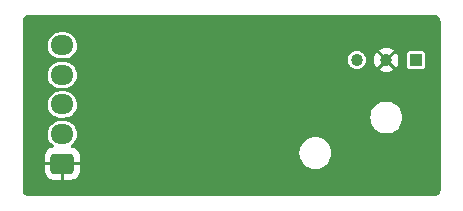
<source format=gtl>
%TF.GenerationSoftware,KiCad,Pcbnew,7.0.6*%
%TF.CreationDate,2023-08-28T10:43:43+02:00*%
%TF.ProjectId,RH_BreakLever_FreeJoy,52485f42-7265-4616-9b4c-657665725f46,rev?*%
%TF.SameCoordinates,Original*%
%TF.FileFunction,Copper,L1,Top*%
%TF.FilePolarity,Positive*%
%FSLAX46Y46*%
G04 Gerber Fmt 4.6, Leading zero omitted, Abs format (unit mm)*
G04 Created by KiCad (PCBNEW 7.0.6) date 2023-08-28 10:43:43*
%MOMM*%
%LPD*%
G01*
G04 APERTURE LIST*
G04 Aperture macros list*
%AMRoundRect*
0 Rectangle with rounded corners*
0 $1 Rounding radius*
0 $2 $3 $4 $5 $6 $7 $8 $9 X,Y pos of 4 corners*
0 Add a 4 corners polygon primitive as box body*
4,1,4,$2,$3,$4,$5,$6,$7,$8,$9,$2,$3,0*
0 Add four circle primitives for the rounded corners*
1,1,$1+$1,$2,$3*
1,1,$1+$1,$4,$5*
1,1,$1+$1,$6,$7*
1,1,$1+$1,$8,$9*
0 Add four rect primitives between the rounded corners*
20,1,$1+$1,$2,$3,$4,$5,0*
20,1,$1+$1,$4,$5,$6,$7,0*
20,1,$1+$1,$6,$7,$8,$9,0*
20,1,$1+$1,$8,$9,$2,$3,0*%
G04 Aperture macros list end*
%TA.AperFunction,ComponentPad*%
%ADD10R,1.030000X1.030000*%
%TD*%
%TA.AperFunction,ComponentPad*%
%ADD11C,1.030000*%
%TD*%
%TA.AperFunction,ComponentPad*%
%ADD12RoundRect,0.250000X0.725000X-0.600000X0.725000X0.600000X-0.725000X0.600000X-0.725000X-0.600000X0*%
%TD*%
%TA.AperFunction,ComponentPad*%
%ADD13O,1.950000X1.700000*%
%TD*%
G04 APERTURE END LIST*
D10*
X68570000Y-25030001D03*
D11*
X66070000Y-25030001D03*
X63570000Y-25030001D03*
D12*
X38640000Y-33800000D03*
D13*
X38640000Y-31300000D03*
X38640000Y-28800000D03*
X38640000Y-26300000D03*
X38640000Y-23800000D03*
%TA.AperFunction,Conductor*%
G36*
X70173514Y-21208895D02*
G01*
X70265268Y-21219234D01*
X70292766Y-21225510D01*
X70369858Y-21252486D01*
X70395265Y-21264721D01*
X70464431Y-21308181D01*
X70486484Y-21325769D01*
X70544230Y-21383515D01*
X70561819Y-21405569D01*
X70605276Y-21474730D01*
X70617515Y-21500146D01*
X70644487Y-21577228D01*
X70650766Y-21604735D01*
X70661104Y-21696483D01*
X70661500Y-21703543D01*
X70661500Y-36046456D01*
X70661104Y-36053516D01*
X70650766Y-36145264D01*
X70644487Y-36172771D01*
X70617515Y-36249853D01*
X70605273Y-36275275D01*
X70561822Y-36344426D01*
X70544230Y-36366484D01*
X70486484Y-36424230D01*
X70464425Y-36441822D01*
X70395272Y-36485274D01*
X70369853Y-36497515D01*
X70292771Y-36524487D01*
X70265264Y-36530766D01*
X70208418Y-36537171D01*
X70173513Y-36541104D01*
X70166456Y-36541500D01*
X35768544Y-36541500D01*
X35761486Y-36541104D01*
X35713854Y-36535737D01*
X35669735Y-36530766D01*
X35642228Y-36524487D01*
X35565146Y-36497515D01*
X35539730Y-36485276D01*
X35470569Y-36441819D01*
X35448515Y-36424230D01*
X35390769Y-36366484D01*
X35373181Y-36344431D01*
X35329721Y-36275265D01*
X35317486Y-36249858D01*
X35290510Y-36172766D01*
X35284234Y-36145268D01*
X35273895Y-36053514D01*
X35273500Y-36046456D01*
X35273500Y-34450516D01*
X37157000Y-34450516D01*
X37167605Y-34554318D01*
X37167606Y-34554321D01*
X37223342Y-34722525D01*
X37316365Y-34873339D01*
X37316370Y-34873345D01*
X37441654Y-34998629D01*
X37441660Y-34998634D01*
X37592474Y-35091657D01*
X37760678Y-35147393D01*
X37760681Y-35147394D01*
X37864483Y-35157999D01*
X37864483Y-35158000D01*
X38513000Y-35158000D01*
X38513000Y-34261624D01*
X38606025Y-34275000D01*
X38673975Y-34275000D01*
X38766999Y-34261624D01*
X38767000Y-35158000D01*
X39415517Y-35158000D01*
X39415516Y-35157999D01*
X39519318Y-35147394D01*
X39519321Y-35147393D01*
X39687525Y-35091657D01*
X39838339Y-34998634D01*
X39838345Y-34998629D01*
X39963629Y-34873345D01*
X39963634Y-34873339D01*
X40056657Y-34722525D01*
X40112393Y-34554321D01*
X40112394Y-34554318D01*
X40122999Y-34450516D01*
X40123000Y-34450516D01*
X40123000Y-33927000D01*
X39097763Y-33927000D01*
X39115000Y-33868295D01*
X39115000Y-33731705D01*
X39097763Y-33673000D01*
X40123000Y-33673000D01*
X40123000Y-33149483D01*
X40112394Y-33045681D01*
X40112393Y-33045678D01*
X40064121Y-32900000D01*
X58714341Y-32900000D01*
X58734937Y-33135412D01*
X58796096Y-33363662D01*
X58796098Y-33363666D01*
X58895966Y-33577833D01*
X59031498Y-33771393D01*
X59031502Y-33771398D01*
X59031505Y-33771402D01*
X59198599Y-33938496D01*
X59198603Y-33938499D01*
X59198607Y-33938502D01*
X59392167Y-34074034D01*
X59392166Y-34074034D01*
X59468304Y-34109538D01*
X59606337Y-34173904D01*
X59834592Y-34235064D01*
X60011034Y-34250501D01*
X60011035Y-34250501D01*
X60128965Y-34250501D01*
X60128966Y-34250501D01*
X60305408Y-34235064D01*
X60533663Y-34173904D01*
X60747829Y-34074036D01*
X60941401Y-33938496D01*
X61108495Y-33771402D01*
X61244035Y-33577831D01*
X61343903Y-33363664D01*
X61405063Y-33135409D01*
X61425659Y-32900001D01*
X61405063Y-32664593D01*
X61343903Y-32436338D01*
X61244035Y-32222172D01*
X61244034Y-32222170D01*
X61244033Y-32222168D01*
X61108501Y-32028608D01*
X61108497Y-32028603D01*
X61108495Y-32028600D01*
X60941401Y-31861506D01*
X60941397Y-31861503D01*
X60941392Y-31861499D01*
X60747832Y-31725967D01*
X60747833Y-31725967D01*
X60533665Y-31626099D01*
X60533661Y-31626097D01*
X60305411Y-31564938D01*
X60173076Y-31553360D01*
X60128966Y-31549501D01*
X60011034Y-31549501D01*
X59975745Y-31552588D01*
X59834588Y-31564938D01*
X59606338Y-31626097D01*
X59606334Y-31626099D01*
X59392167Y-31725967D01*
X59198607Y-31861499D01*
X59198596Y-31861508D01*
X59031507Y-32028597D01*
X59031502Y-32028603D01*
X58895965Y-32222170D01*
X58796098Y-32436335D01*
X58796096Y-32436339D01*
X58734937Y-32664589D01*
X58714341Y-32900000D01*
X40064121Y-32900000D01*
X40056657Y-32877474D01*
X39963634Y-32726660D01*
X39963629Y-32726654D01*
X39838345Y-32601370D01*
X39838339Y-32601365D01*
X39687525Y-32508342D01*
X39519321Y-32452606D01*
X39519318Y-32452605D01*
X39446036Y-32445118D01*
X39380301Y-32418296D01*
X39339503Y-32360193D01*
X39336594Y-32289256D01*
X39372498Y-32228007D01*
X39380941Y-32220739D01*
X39530659Y-32103000D01*
X39668792Y-31943587D01*
X39774259Y-31760913D01*
X39843248Y-31561580D01*
X39873267Y-31352793D01*
X39863231Y-31142098D01*
X39813501Y-30937110D01*
X39725876Y-30745238D01*
X39603522Y-30573416D01*
X39450862Y-30427855D01*
X39450859Y-30427853D01*
X39450857Y-30427851D01*
X39273413Y-30313816D01*
X39163848Y-30269953D01*
X39077589Y-30235420D01*
X39077586Y-30235419D01*
X39077585Y-30235419D01*
X38870471Y-30195500D01*
X38870467Y-30195500D01*
X38462387Y-30195500D01*
X38462369Y-30195500D01*
X38305030Y-30210525D01*
X38305015Y-30210528D01*
X38102629Y-30269953D01*
X37915148Y-30366607D01*
X37915141Y-30366611D01*
X37749347Y-30496994D01*
X37749334Y-30497006D01*
X37611212Y-30656407D01*
X37611206Y-30656415D01*
X37505743Y-30839083D01*
X37505739Y-30839092D01*
X37436753Y-31038417D01*
X37436750Y-31038425D01*
X37406732Y-31247205D01*
X37416768Y-31457893D01*
X37416769Y-31457904D01*
X37466498Y-31662886D01*
X37466498Y-31662888D01*
X37466499Y-31662890D01*
X37554124Y-31854762D01*
X37676478Y-32026584D01*
X37829138Y-32172145D01*
X37829140Y-32172146D01*
X37829142Y-32172148D01*
X37893276Y-32213364D01*
X37939769Y-32267019D01*
X37949874Y-32337293D01*
X37920381Y-32401874D01*
X37860655Y-32440258D01*
X37837964Y-32444709D01*
X37760681Y-32452605D01*
X37760678Y-32452606D01*
X37592474Y-32508342D01*
X37441660Y-32601365D01*
X37441654Y-32601370D01*
X37316370Y-32726654D01*
X37316365Y-32726660D01*
X37223342Y-32877474D01*
X37167606Y-33045678D01*
X37167605Y-33045681D01*
X37157000Y-33149483D01*
X37157000Y-33673000D01*
X38182237Y-33673000D01*
X38165000Y-33731705D01*
X38165000Y-33868295D01*
X38182237Y-33927000D01*
X37157000Y-33927000D01*
X37157000Y-34450516D01*
X35273500Y-34450516D01*
X35273500Y-28747205D01*
X37406732Y-28747205D01*
X37416768Y-28957893D01*
X37416769Y-28957904D01*
X37466498Y-29162886D01*
X37466498Y-29162888D01*
X37466499Y-29162890D01*
X37554124Y-29354762D01*
X37676478Y-29526584D01*
X37829138Y-29672145D01*
X37829140Y-29672146D01*
X37829142Y-29672148D01*
X37924434Y-29733388D01*
X38006587Y-29786184D01*
X38202411Y-29864580D01*
X38409533Y-29904500D01*
X38409537Y-29904500D01*
X38817613Y-29904500D01*
X38817630Y-29904499D01*
X38864732Y-29900001D01*
X64714341Y-29900001D01*
X64734937Y-30135412D01*
X64796096Y-30363662D01*
X64796098Y-30363666D01*
X64895966Y-30577833D01*
X65031498Y-30771393D01*
X65031502Y-30771398D01*
X65031505Y-30771402D01*
X65198599Y-30938496D01*
X65198603Y-30938499D01*
X65198607Y-30938502D01*
X65392167Y-31074034D01*
X65392166Y-31074034D01*
X65468304Y-31109538D01*
X65606337Y-31173904D01*
X65834592Y-31235064D01*
X66011034Y-31250501D01*
X66011035Y-31250501D01*
X66128965Y-31250501D01*
X66128966Y-31250501D01*
X66305408Y-31235064D01*
X66533663Y-31173904D01*
X66747829Y-31074036D01*
X66941401Y-30938496D01*
X67108495Y-30771402D01*
X67244035Y-30577831D01*
X67343903Y-30363664D01*
X67405063Y-30135409D01*
X67425659Y-29900001D01*
X67405063Y-29664593D01*
X67343903Y-29436338D01*
X67244035Y-29222172D01*
X67244034Y-29222170D01*
X67244033Y-29222168D01*
X67108501Y-29028608D01*
X67108497Y-29028603D01*
X67108495Y-29028600D01*
X66941401Y-28861506D01*
X66941397Y-28861503D01*
X66941392Y-28861499D01*
X66747832Y-28725967D01*
X66747833Y-28725967D01*
X66533665Y-28626099D01*
X66533661Y-28626097D01*
X66305411Y-28564938D01*
X66173076Y-28553360D01*
X66128966Y-28549501D01*
X66011034Y-28549501D01*
X65975745Y-28552588D01*
X65834588Y-28564938D01*
X65606338Y-28626097D01*
X65606334Y-28626099D01*
X65392167Y-28725967D01*
X65198607Y-28861499D01*
X65198596Y-28861508D01*
X65031507Y-29028597D01*
X65031502Y-29028603D01*
X64895965Y-29222170D01*
X64796098Y-29436335D01*
X64796096Y-29436339D01*
X64734937Y-29664589D01*
X64714341Y-29900001D01*
X38864732Y-29900001D01*
X38974969Y-29889474D01*
X38974969Y-29889473D01*
X38974979Y-29889473D01*
X39177368Y-29830047D01*
X39364854Y-29733391D01*
X39530659Y-29603000D01*
X39668792Y-29443587D01*
X39774259Y-29260913D01*
X39843248Y-29061580D01*
X39847989Y-29028608D01*
X39873267Y-28852794D01*
X39873267Y-28852793D01*
X39863231Y-28642098D01*
X39813501Y-28437110D01*
X39725876Y-28245238D01*
X39603522Y-28073416D01*
X39450862Y-27927855D01*
X39450859Y-27927853D01*
X39450857Y-27927851D01*
X39273413Y-27813816D01*
X39163848Y-27769953D01*
X39077589Y-27735420D01*
X39077586Y-27735419D01*
X39077585Y-27735419D01*
X38870471Y-27695500D01*
X38870467Y-27695500D01*
X38462387Y-27695500D01*
X38462369Y-27695500D01*
X38305030Y-27710525D01*
X38305015Y-27710528D01*
X38102629Y-27769953D01*
X37915148Y-27866607D01*
X37915141Y-27866611D01*
X37749347Y-27996994D01*
X37749334Y-27997006D01*
X37611212Y-28156407D01*
X37611206Y-28156415D01*
X37505743Y-28339083D01*
X37505739Y-28339092D01*
X37436753Y-28538417D01*
X37436750Y-28538425D01*
X37406732Y-28747205D01*
X35273500Y-28747205D01*
X35273500Y-26247205D01*
X37406732Y-26247205D01*
X37416768Y-26457893D01*
X37416769Y-26457904D01*
X37466498Y-26662886D01*
X37466498Y-26662888D01*
X37466499Y-26662890D01*
X37554124Y-26854762D01*
X37676478Y-27026584D01*
X37829138Y-27172145D01*
X37829140Y-27172146D01*
X37829142Y-27172148D01*
X37924434Y-27233388D01*
X38006587Y-27286184D01*
X38202411Y-27364580D01*
X38409533Y-27404500D01*
X38409537Y-27404500D01*
X38817613Y-27404500D01*
X38817630Y-27404499D01*
X38974969Y-27389474D01*
X38974969Y-27389473D01*
X38974979Y-27389473D01*
X39177368Y-27330047D01*
X39364854Y-27233391D01*
X39530659Y-27103000D01*
X39668792Y-26943587D01*
X39774259Y-26760913D01*
X39843248Y-26561580D01*
X39873267Y-26352793D01*
X39863231Y-26142098D01*
X39813501Y-25937110D01*
X39725876Y-25745238D01*
X39603522Y-25573416D01*
X39450862Y-25427855D01*
X39450859Y-25427853D01*
X39450857Y-25427851D01*
X39273413Y-25313816D01*
X39163848Y-25269953D01*
X39077589Y-25235420D01*
X39077586Y-25235419D01*
X39077585Y-25235419D01*
X38870471Y-25195500D01*
X38870467Y-25195500D01*
X38462387Y-25195500D01*
X38462369Y-25195500D01*
X38305030Y-25210525D01*
X38305015Y-25210528D01*
X38102629Y-25269953D01*
X37915148Y-25366607D01*
X37915141Y-25366611D01*
X37749347Y-25496994D01*
X37749334Y-25497006D01*
X37611212Y-25656407D01*
X37611206Y-25656415D01*
X37505743Y-25839083D01*
X37505739Y-25839092D01*
X37436753Y-26038417D01*
X37436750Y-26038425D01*
X37406732Y-26247205D01*
X35273500Y-26247205D01*
X35273500Y-25030001D01*
X62795631Y-25030001D01*
X62815046Y-25202314D01*
X62868272Y-25354425D01*
X62872318Y-25365987D01*
X62872319Y-25365989D01*
X62964573Y-25512812D01*
X63087188Y-25635427D01*
X63211299Y-25713410D01*
X63234014Y-25727683D01*
X63397687Y-25784955D01*
X63570000Y-25804370D01*
X63742313Y-25784955D01*
X63905986Y-25727683D01*
X64052811Y-25635427D01*
X64175426Y-25512812D01*
X64267682Y-25365987D01*
X64324954Y-25202314D01*
X64344369Y-25030004D01*
X65042050Y-25030004D01*
X65061800Y-25230537D01*
X65120298Y-25423380D01*
X65215291Y-25601099D01*
X65262171Y-25658222D01*
X65756802Y-25163591D01*
X65771009Y-25202623D01*
X65848081Y-25294474D01*
X65934967Y-25344638D01*
X65441777Y-25837827D01*
X65498904Y-25884711D01*
X65676620Y-25979702D01*
X65869463Y-26038200D01*
X66069997Y-26057951D01*
X66070003Y-26057951D01*
X66270536Y-26038200D01*
X66463379Y-25979702D01*
X66641093Y-25884712D01*
X66641098Y-25884709D01*
X66698222Y-25837828D01*
X66698222Y-25837827D01*
X66205032Y-25344637D01*
X66291919Y-25294474D01*
X66368991Y-25202624D01*
X66383196Y-25163593D01*
X66877826Y-25658223D01*
X66877827Y-25658223D01*
X66924708Y-25601099D01*
X66924711Y-25601094D01*
X66941297Y-25570064D01*
X67800500Y-25570064D01*
X67800501Y-25570074D01*
X67815265Y-25644301D01*
X67871516Y-25728485D01*
X67955697Y-25784734D01*
X67955699Y-25784735D01*
X68029933Y-25799501D01*
X69110066Y-25799500D01*
X69110069Y-25799499D01*
X69110073Y-25799499D01*
X69159326Y-25789702D01*
X69184301Y-25784735D01*
X69268484Y-25728485D01*
X69324734Y-25644302D01*
X69339500Y-25570068D01*
X69339499Y-24489935D01*
X69339498Y-24489931D01*
X69339498Y-24489927D01*
X69324734Y-24415700D01*
X69315431Y-24401777D01*
X69268484Y-24331517D01*
X69268483Y-24331516D01*
X69184302Y-24275267D01*
X69110067Y-24260501D01*
X68029936Y-24260501D01*
X68029926Y-24260502D01*
X67955699Y-24275266D01*
X67871515Y-24331517D01*
X67815266Y-24415698D01*
X67800500Y-24489931D01*
X67800500Y-25570064D01*
X66941297Y-25570064D01*
X67019701Y-25423380D01*
X67078199Y-25230537D01*
X67097950Y-25030004D01*
X67097950Y-25029997D01*
X67078199Y-24829464D01*
X67019701Y-24636621D01*
X66924710Y-24458905D01*
X66877826Y-24401778D01*
X66383196Y-24896408D01*
X66368991Y-24857379D01*
X66291919Y-24765528D01*
X66205031Y-24715363D01*
X66698222Y-24222172D01*
X66641098Y-24175292D01*
X66463379Y-24080299D01*
X66270536Y-24021801D01*
X66070003Y-24002051D01*
X66069997Y-24002051D01*
X65869463Y-24021801D01*
X65676620Y-24080299D01*
X65498904Y-24175290D01*
X65441776Y-24222173D01*
X65934967Y-24715364D01*
X65848081Y-24765528D01*
X65771009Y-24857378D01*
X65756803Y-24896408D01*
X65262172Y-24401777D01*
X65215289Y-24458905D01*
X65120298Y-24636621D01*
X65061800Y-24829464D01*
X65042050Y-25029997D01*
X65042050Y-25030004D01*
X64344369Y-25030004D01*
X64344369Y-25030001D01*
X64324954Y-24857688D01*
X64267682Y-24694015D01*
X64210494Y-24603000D01*
X64175426Y-24547189D01*
X64052811Y-24424574D01*
X63905988Y-24332320D01*
X63905986Y-24332319D01*
X63903691Y-24331516D01*
X63742313Y-24275047D01*
X63570000Y-24255632D01*
X63397687Y-24275047D01*
X63397684Y-24275047D01*
X63397684Y-24275048D01*
X63234013Y-24332319D01*
X63234011Y-24332320D01*
X63087188Y-24424574D01*
X62964573Y-24547189D01*
X62872319Y-24694012D01*
X62872318Y-24694014D01*
X62858539Y-24733392D01*
X62815046Y-24857688D01*
X62795631Y-25030001D01*
X35273500Y-25030001D01*
X35273500Y-23747205D01*
X37406732Y-23747205D01*
X37416768Y-23957893D01*
X37416769Y-23957904D01*
X37466498Y-24162886D01*
X37466498Y-24162888D01*
X37466499Y-24162890D01*
X37554124Y-24354762D01*
X37676478Y-24526584D01*
X37829138Y-24672145D01*
X37829140Y-24672146D01*
X37829142Y-24672148D01*
X37881159Y-24705577D01*
X38006587Y-24786184D01*
X38202411Y-24864580D01*
X38409533Y-24904500D01*
X38409537Y-24904500D01*
X38817613Y-24904500D01*
X38817630Y-24904499D01*
X38974969Y-24889474D01*
X38974969Y-24889473D01*
X38974979Y-24889473D01*
X39177368Y-24830047D01*
X39364854Y-24733391D01*
X39530659Y-24603000D01*
X39668792Y-24443587D01*
X39774259Y-24260913D01*
X39843248Y-24061580D01*
X39873267Y-23852793D01*
X39863231Y-23642098D01*
X39813501Y-23437110D01*
X39725876Y-23245238D01*
X39603522Y-23073416D01*
X39450862Y-22927855D01*
X39450859Y-22927853D01*
X39450857Y-22927851D01*
X39273413Y-22813816D01*
X39163848Y-22769953D01*
X39077589Y-22735420D01*
X39077586Y-22735419D01*
X39077585Y-22735419D01*
X38870471Y-22695500D01*
X38870467Y-22695500D01*
X38462387Y-22695500D01*
X38462369Y-22695500D01*
X38305030Y-22710525D01*
X38305015Y-22710528D01*
X38102629Y-22769953D01*
X37915148Y-22866607D01*
X37915141Y-22866611D01*
X37749347Y-22996994D01*
X37749334Y-22997006D01*
X37611212Y-23156407D01*
X37611206Y-23156415D01*
X37505743Y-23339083D01*
X37505739Y-23339092D01*
X37436753Y-23538417D01*
X37436750Y-23538425D01*
X37406732Y-23747205D01*
X35273500Y-23747205D01*
X35273500Y-21703542D01*
X35273896Y-21696483D01*
X35284234Y-21604729D01*
X35290510Y-21577235D01*
X35317488Y-21500137D01*
X35329719Y-21474737D01*
X35373184Y-21405563D01*
X35390765Y-21383519D01*
X35448519Y-21325765D01*
X35470563Y-21308184D01*
X35539737Y-21264719D01*
X35565137Y-21252488D01*
X35642235Y-21225510D01*
X35669731Y-21219234D01*
X35761485Y-21208895D01*
X35768544Y-21208500D01*
X35831945Y-21208500D01*
X70103055Y-21208500D01*
X70166456Y-21208500D01*
X70173514Y-21208895D01*
G37*
%TD.AperFunction*%
M02*

</source>
